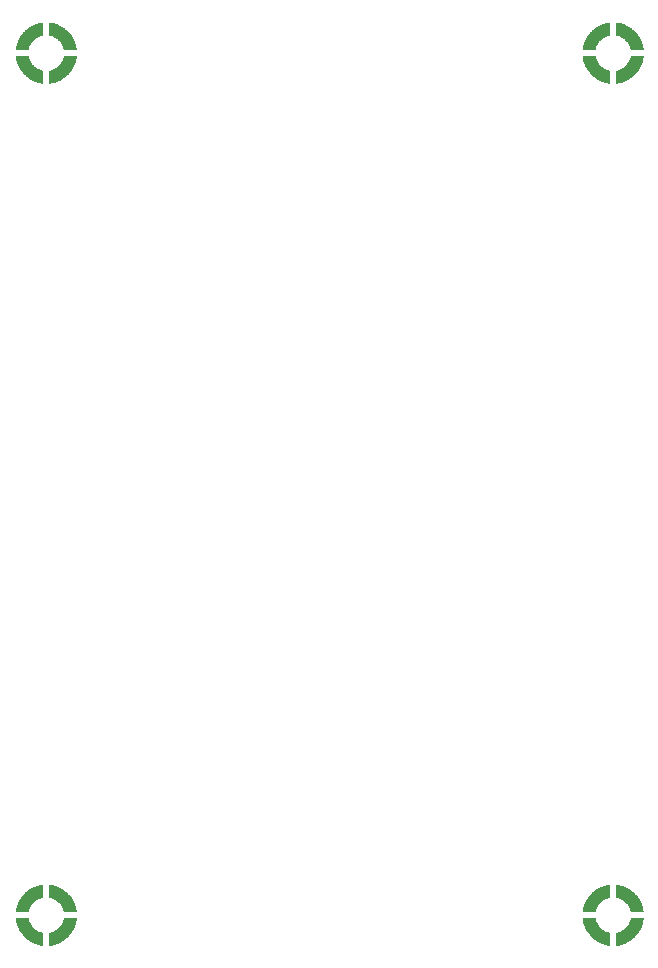
<source format=gbr>
%TF.GenerationSoftware,KiCad,Pcbnew,8.0.5*%
%TF.CreationDate,2025-05-01T20:48:06-04:00*%
%TF.ProjectId,CanSat_Camera_Board,43616e53-6174-45f4-9361-6d6572615f42,rev?*%
%TF.SameCoordinates,Original*%
%TF.FileFunction,Paste,Bot*%
%TF.FilePolarity,Positive*%
%FSLAX46Y46*%
G04 Gerber Fmt 4.6, Leading zero omitted, Abs format (unit mm)*
G04 Created by KiCad (PCBNEW 8.0.5) date 2025-05-01 20:48:06*
%MOMM*%
%LPD*%
G01*
G04 APERTURE LIST*
%ADD10C,0.010000*%
G04 APERTURE END LIST*
D10*
%TO.C,REF\u002A\u002A*%
X125700000Y-61980000D02*
X125645000Y-61990000D01*
X125570000Y-62010000D01*
X125490000Y-62035000D01*
X125425000Y-62060000D01*
X125355000Y-62090000D01*
X125255000Y-62140000D01*
X125185000Y-62180000D01*
X125110000Y-62230000D01*
X125030000Y-62290000D01*
X124975000Y-62335000D01*
X124930000Y-62380000D01*
X124890000Y-62420000D01*
X124855000Y-62455000D01*
X124795000Y-62525000D01*
X124745000Y-62590000D01*
X124690000Y-62670000D01*
X124645000Y-62745000D01*
X124580000Y-62875000D01*
X124540000Y-62975000D01*
X124510000Y-63070000D01*
X124490000Y-63145000D01*
X124480000Y-63200000D01*
X123460000Y-63200000D01*
X123465000Y-63140000D01*
X123475000Y-63075000D01*
X123485000Y-63015000D01*
X123500000Y-62940000D01*
X123525000Y-62840000D01*
X123555000Y-62740000D01*
X123585000Y-62645000D01*
X123610000Y-62580000D01*
X123640000Y-62505000D01*
X123675000Y-62425000D01*
X123715000Y-62345000D01*
X123755000Y-62270000D01*
X123800000Y-62190000D01*
X123840000Y-62125000D01*
X123890000Y-62050000D01*
X123940000Y-61980000D01*
X123990000Y-61915000D01*
X124045000Y-61845000D01*
X124095000Y-61790000D01*
X124155000Y-61725000D01*
X124215000Y-61665000D01*
X124285000Y-61600000D01*
X124345000Y-61545000D01*
X124440000Y-61470000D01*
X124535000Y-61400000D01*
X124610000Y-61350000D01*
X124680000Y-61305000D01*
X124750000Y-61265000D01*
X124835000Y-61220000D01*
X124885000Y-61195000D01*
X124960000Y-61160000D01*
X125030000Y-61130000D01*
X125105000Y-61100000D01*
X125175000Y-61075000D01*
X125250000Y-61050000D01*
X125325000Y-61030000D01*
X125400000Y-61010000D01*
X125490000Y-60990000D01*
X125575000Y-60975000D01*
X125640000Y-60965000D01*
X125700000Y-60960000D01*
X125700000Y-61980000D01*
G36*
X125700000Y-61980000D02*
G01*
X125645000Y-61990000D01*
X125570000Y-62010000D01*
X125490000Y-62035000D01*
X125425000Y-62060000D01*
X125355000Y-62090000D01*
X125255000Y-62140000D01*
X125185000Y-62180000D01*
X125110000Y-62230000D01*
X125030000Y-62290000D01*
X124975000Y-62335000D01*
X124930000Y-62380000D01*
X124890000Y-62420000D01*
X124855000Y-62455000D01*
X124795000Y-62525000D01*
X124745000Y-62590000D01*
X124690000Y-62670000D01*
X124645000Y-62745000D01*
X124580000Y-62875000D01*
X124540000Y-62975000D01*
X124510000Y-63070000D01*
X124490000Y-63145000D01*
X124480000Y-63200000D01*
X123460000Y-63200000D01*
X123465000Y-63140000D01*
X123475000Y-63075000D01*
X123485000Y-63015000D01*
X123500000Y-62940000D01*
X123525000Y-62840000D01*
X123555000Y-62740000D01*
X123585000Y-62645000D01*
X123610000Y-62580000D01*
X123640000Y-62505000D01*
X123675000Y-62425000D01*
X123715000Y-62345000D01*
X123755000Y-62270000D01*
X123800000Y-62190000D01*
X123840000Y-62125000D01*
X123890000Y-62050000D01*
X123940000Y-61980000D01*
X123990000Y-61915000D01*
X124045000Y-61845000D01*
X124095000Y-61790000D01*
X124155000Y-61725000D01*
X124215000Y-61665000D01*
X124285000Y-61600000D01*
X124345000Y-61545000D01*
X124440000Y-61470000D01*
X124535000Y-61400000D01*
X124610000Y-61350000D01*
X124680000Y-61305000D01*
X124750000Y-61265000D01*
X124835000Y-61220000D01*
X124885000Y-61195000D01*
X124960000Y-61160000D01*
X125030000Y-61130000D01*
X125105000Y-61100000D01*
X125175000Y-61075000D01*
X125250000Y-61050000D01*
X125325000Y-61030000D01*
X125400000Y-61010000D01*
X125490000Y-60990000D01*
X125575000Y-60975000D01*
X125640000Y-60965000D01*
X125700000Y-60960000D01*
X125700000Y-61980000D01*
G37*
X124490000Y-63855000D02*
X124510000Y-63930000D01*
X124535000Y-64010000D01*
X124560000Y-64075000D01*
X124590000Y-64145000D01*
X124640000Y-64245000D01*
X124680000Y-64315000D01*
X124730000Y-64390000D01*
X124790000Y-64470000D01*
X124835000Y-64525000D01*
X124880000Y-64570000D01*
X124920000Y-64610000D01*
X124955000Y-64645000D01*
X125025000Y-64705000D01*
X125090000Y-64755000D01*
X125170000Y-64810000D01*
X125245000Y-64855000D01*
X125375000Y-64920000D01*
X125475000Y-64960000D01*
X125570000Y-64990000D01*
X125645000Y-65010000D01*
X125700000Y-65020000D01*
X125700000Y-66040000D01*
X125640000Y-66035000D01*
X125575000Y-66025000D01*
X125515000Y-66015000D01*
X125440000Y-66000000D01*
X125340000Y-65975000D01*
X125240000Y-65945000D01*
X125145000Y-65915000D01*
X125080000Y-65890000D01*
X125005000Y-65860000D01*
X124925000Y-65825000D01*
X124845000Y-65785000D01*
X124770000Y-65745000D01*
X124690000Y-65700000D01*
X124625000Y-65660000D01*
X124550000Y-65610000D01*
X124480000Y-65560000D01*
X124415000Y-65510000D01*
X124345000Y-65455000D01*
X124290000Y-65405000D01*
X124225000Y-65345000D01*
X124165000Y-65285000D01*
X124100000Y-65215000D01*
X124045000Y-65155000D01*
X123970000Y-65060000D01*
X123900000Y-64965000D01*
X123850000Y-64890000D01*
X123805000Y-64820000D01*
X123765000Y-64750000D01*
X123720000Y-64665000D01*
X123695000Y-64615000D01*
X123660000Y-64540000D01*
X123630000Y-64470000D01*
X123600000Y-64395000D01*
X123575000Y-64325000D01*
X123550000Y-64250000D01*
X123530000Y-64175000D01*
X123510000Y-64100000D01*
X123490000Y-64010000D01*
X123475000Y-63925000D01*
X123465000Y-63860000D01*
X123460000Y-63800000D01*
X124480000Y-63800000D01*
X124490000Y-63855000D01*
G36*
X124490000Y-63855000D02*
G01*
X124510000Y-63930000D01*
X124535000Y-64010000D01*
X124560000Y-64075000D01*
X124590000Y-64145000D01*
X124640000Y-64245000D01*
X124680000Y-64315000D01*
X124730000Y-64390000D01*
X124790000Y-64470000D01*
X124835000Y-64525000D01*
X124880000Y-64570000D01*
X124920000Y-64610000D01*
X124955000Y-64645000D01*
X125025000Y-64705000D01*
X125090000Y-64755000D01*
X125170000Y-64810000D01*
X125245000Y-64855000D01*
X125375000Y-64920000D01*
X125475000Y-64960000D01*
X125570000Y-64990000D01*
X125645000Y-65010000D01*
X125700000Y-65020000D01*
X125700000Y-66040000D01*
X125640000Y-66035000D01*
X125575000Y-66025000D01*
X125515000Y-66015000D01*
X125440000Y-66000000D01*
X125340000Y-65975000D01*
X125240000Y-65945000D01*
X125145000Y-65915000D01*
X125080000Y-65890000D01*
X125005000Y-65860000D01*
X124925000Y-65825000D01*
X124845000Y-65785000D01*
X124770000Y-65745000D01*
X124690000Y-65700000D01*
X124625000Y-65660000D01*
X124550000Y-65610000D01*
X124480000Y-65560000D01*
X124415000Y-65510000D01*
X124345000Y-65455000D01*
X124290000Y-65405000D01*
X124225000Y-65345000D01*
X124165000Y-65285000D01*
X124100000Y-65215000D01*
X124045000Y-65155000D01*
X123970000Y-65060000D01*
X123900000Y-64965000D01*
X123850000Y-64890000D01*
X123805000Y-64820000D01*
X123765000Y-64750000D01*
X123720000Y-64665000D01*
X123695000Y-64615000D01*
X123660000Y-64540000D01*
X123630000Y-64470000D01*
X123600000Y-64395000D01*
X123575000Y-64325000D01*
X123550000Y-64250000D01*
X123530000Y-64175000D01*
X123510000Y-64100000D01*
X123490000Y-64010000D01*
X123475000Y-63925000D01*
X123465000Y-63860000D01*
X123460000Y-63800000D01*
X124480000Y-63800000D01*
X124490000Y-63855000D01*
G37*
X126360000Y-60965000D02*
X126425000Y-60975000D01*
X126485000Y-60985000D01*
X126560000Y-61000000D01*
X126660000Y-61025000D01*
X126760000Y-61055000D01*
X126855000Y-61085000D01*
X126920000Y-61110000D01*
X126995000Y-61140000D01*
X127075000Y-61175000D01*
X127155000Y-61215000D01*
X127230000Y-61255000D01*
X127310000Y-61300000D01*
X127375000Y-61340000D01*
X127450000Y-61390000D01*
X127520000Y-61440000D01*
X127585000Y-61490000D01*
X127655000Y-61545000D01*
X127710000Y-61595000D01*
X127775000Y-61655000D01*
X127835000Y-61715000D01*
X127900000Y-61785000D01*
X127955000Y-61845000D01*
X128030000Y-61940000D01*
X128100000Y-62035000D01*
X128150000Y-62110000D01*
X128195000Y-62180000D01*
X128235000Y-62250000D01*
X128280000Y-62335000D01*
X128305000Y-62385000D01*
X128340000Y-62460000D01*
X128370000Y-62530000D01*
X128400000Y-62605000D01*
X128425000Y-62675000D01*
X128450000Y-62750000D01*
X128470000Y-62825000D01*
X128490000Y-62900000D01*
X128510000Y-62990000D01*
X128525000Y-63075000D01*
X128535000Y-63140000D01*
X128540000Y-63200000D01*
X127520000Y-63200000D01*
X127510000Y-63145000D01*
X127490000Y-63070000D01*
X127465000Y-62990000D01*
X127440000Y-62925000D01*
X127410000Y-62855000D01*
X127360000Y-62755000D01*
X127320000Y-62685000D01*
X127270000Y-62610000D01*
X127210000Y-62530000D01*
X127165000Y-62475000D01*
X127120000Y-62430000D01*
X127080000Y-62390000D01*
X127045000Y-62355000D01*
X126975000Y-62295000D01*
X126910000Y-62245000D01*
X126830000Y-62190000D01*
X126755000Y-62145000D01*
X126625000Y-62080000D01*
X126525000Y-62040000D01*
X126430000Y-62010000D01*
X126355000Y-61990000D01*
X126300000Y-61980000D01*
X126300000Y-60960000D01*
X126360000Y-60965000D01*
G36*
X126360000Y-60965000D02*
G01*
X126425000Y-60975000D01*
X126485000Y-60985000D01*
X126560000Y-61000000D01*
X126660000Y-61025000D01*
X126760000Y-61055000D01*
X126855000Y-61085000D01*
X126920000Y-61110000D01*
X126995000Y-61140000D01*
X127075000Y-61175000D01*
X127155000Y-61215000D01*
X127230000Y-61255000D01*
X127310000Y-61300000D01*
X127375000Y-61340000D01*
X127450000Y-61390000D01*
X127520000Y-61440000D01*
X127585000Y-61490000D01*
X127655000Y-61545000D01*
X127710000Y-61595000D01*
X127775000Y-61655000D01*
X127835000Y-61715000D01*
X127900000Y-61785000D01*
X127955000Y-61845000D01*
X128030000Y-61940000D01*
X128100000Y-62035000D01*
X128150000Y-62110000D01*
X128195000Y-62180000D01*
X128235000Y-62250000D01*
X128280000Y-62335000D01*
X128305000Y-62385000D01*
X128340000Y-62460000D01*
X128370000Y-62530000D01*
X128400000Y-62605000D01*
X128425000Y-62675000D01*
X128450000Y-62750000D01*
X128470000Y-62825000D01*
X128490000Y-62900000D01*
X128510000Y-62990000D01*
X128525000Y-63075000D01*
X128535000Y-63140000D01*
X128540000Y-63200000D01*
X127520000Y-63200000D01*
X127510000Y-63145000D01*
X127490000Y-63070000D01*
X127465000Y-62990000D01*
X127440000Y-62925000D01*
X127410000Y-62855000D01*
X127360000Y-62755000D01*
X127320000Y-62685000D01*
X127270000Y-62610000D01*
X127210000Y-62530000D01*
X127165000Y-62475000D01*
X127120000Y-62430000D01*
X127080000Y-62390000D01*
X127045000Y-62355000D01*
X126975000Y-62295000D01*
X126910000Y-62245000D01*
X126830000Y-62190000D01*
X126755000Y-62145000D01*
X126625000Y-62080000D01*
X126525000Y-62040000D01*
X126430000Y-62010000D01*
X126355000Y-61990000D01*
X126300000Y-61980000D01*
X126300000Y-60960000D01*
X126360000Y-60965000D01*
G37*
X128535000Y-63860000D02*
X128525000Y-63925000D01*
X128515000Y-63985000D01*
X128500000Y-64060000D01*
X128475000Y-64160000D01*
X128445000Y-64260000D01*
X128415000Y-64355000D01*
X128390000Y-64420000D01*
X128360000Y-64495000D01*
X128325000Y-64575000D01*
X128285000Y-64655000D01*
X128245000Y-64730000D01*
X128200000Y-64810000D01*
X128160000Y-64875000D01*
X128110000Y-64950000D01*
X128060000Y-65020000D01*
X128010000Y-65085000D01*
X127955000Y-65155000D01*
X127905000Y-65210000D01*
X127845000Y-65275000D01*
X127785000Y-65335000D01*
X127715000Y-65400000D01*
X127655000Y-65455000D01*
X127560000Y-65530000D01*
X127465000Y-65600000D01*
X127390000Y-65650000D01*
X127320000Y-65695000D01*
X127250000Y-65735000D01*
X127165000Y-65780000D01*
X127115000Y-65805000D01*
X127040000Y-65840000D01*
X126970000Y-65870000D01*
X126895000Y-65900000D01*
X126825000Y-65925000D01*
X126750000Y-65950000D01*
X126675000Y-65970000D01*
X126600000Y-65990000D01*
X126510000Y-66010000D01*
X126425000Y-66025000D01*
X126360000Y-66035000D01*
X126300000Y-66040000D01*
X126300000Y-65020000D01*
X126355000Y-65010000D01*
X126430000Y-64990000D01*
X126510000Y-64965000D01*
X126575000Y-64940000D01*
X126645000Y-64910000D01*
X126745000Y-64860000D01*
X126815000Y-64820000D01*
X126890000Y-64770000D01*
X126970000Y-64710000D01*
X127025000Y-64665000D01*
X127070000Y-64620000D01*
X127110000Y-64580000D01*
X127145000Y-64545000D01*
X127205000Y-64475000D01*
X127255000Y-64410000D01*
X127310000Y-64330000D01*
X127355000Y-64255000D01*
X127420000Y-64125000D01*
X127460000Y-64025000D01*
X127490000Y-63930000D01*
X127510000Y-63855000D01*
X127520000Y-63800000D01*
X128540000Y-63800000D01*
X128535000Y-63860000D01*
G36*
X128535000Y-63860000D02*
G01*
X128525000Y-63925000D01*
X128515000Y-63985000D01*
X128500000Y-64060000D01*
X128475000Y-64160000D01*
X128445000Y-64260000D01*
X128415000Y-64355000D01*
X128390000Y-64420000D01*
X128360000Y-64495000D01*
X128325000Y-64575000D01*
X128285000Y-64655000D01*
X128245000Y-64730000D01*
X128200000Y-64810000D01*
X128160000Y-64875000D01*
X128110000Y-64950000D01*
X128060000Y-65020000D01*
X128010000Y-65085000D01*
X127955000Y-65155000D01*
X127905000Y-65210000D01*
X127845000Y-65275000D01*
X127785000Y-65335000D01*
X127715000Y-65400000D01*
X127655000Y-65455000D01*
X127560000Y-65530000D01*
X127465000Y-65600000D01*
X127390000Y-65650000D01*
X127320000Y-65695000D01*
X127250000Y-65735000D01*
X127165000Y-65780000D01*
X127115000Y-65805000D01*
X127040000Y-65840000D01*
X126970000Y-65870000D01*
X126895000Y-65900000D01*
X126825000Y-65925000D01*
X126750000Y-65950000D01*
X126675000Y-65970000D01*
X126600000Y-65990000D01*
X126510000Y-66010000D01*
X126425000Y-66025000D01*
X126360000Y-66035000D01*
X126300000Y-66040000D01*
X126300000Y-65020000D01*
X126355000Y-65010000D01*
X126430000Y-64990000D01*
X126510000Y-64965000D01*
X126575000Y-64940000D01*
X126645000Y-64910000D01*
X126745000Y-64860000D01*
X126815000Y-64820000D01*
X126890000Y-64770000D01*
X126970000Y-64710000D01*
X127025000Y-64665000D01*
X127070000Y-64620000D01*
X127110000Y-64580000D01*
X127145000Y-64545000D01*
X127205000Y-64475000D01*
X127255000Y-64410000D01*
X127310000Y-64330000D01*
X127355000Y-64255000D01*
X127420000Y-64125000D01*
X127460000Y-64025000D01*
X127490000Y-63930000D01*
X127510000Y-63855000D01*
X127520000Y-63800000D01*
X128540000Y-63800000D01*
X128535000Y-63860000D01*
G37*
X125700000Y-134980000D02*
X125645000Y-134990000D01*
X125570000Y-135010000D01*
X125490000Y-135035000D01*
X125425000Y-135060000D01*
X125355000Y-135090000D01*
X125255000Y-135140000D01*
X125185000Y-135180000D01*
X125110000Y-135230000D01*
X125030000Y-135290000D01*
X124975000Y-135335000D01*
X124930000Y-135380000D01*
X124890000Y-135420000D01*
X124855000Y-135455000D01*
X124795000Y-135525000D01*
X124745000Y-135590000D01*
X124690000Y-135670000D01*
X124645000Y-135745000D01*
X124580000Y-135875000D01*
X124540000Y-135975000D01*
X124510000Y-136070000D01*
X124490000Y-136145000D01*
X124480000Y-136200000D01*
X123460000Y-136200000D01*
X123465000Y-136140000D01*
X123475000Y-136075000D01*
X123485000Y-136015000D01*
X123500000Y-135940000D01*
X123525000Y-135840000D01*
X123555000Y-135740000D01*
X123585000Y-135645000D01*
X123610000Y-135580000D01*
X123640000Y-135505000D01*
X123675000Y-135425000D01*
X123715000Y-135345000D01*
X123755000Y-135270000D01*
X123800000Y-135190000D01*
X123840000Y-135125000D01*
X123890000Y-135050000D01*
X123940000Y-134980000D01*
X123990000Y-134915000D01*
X124045000Y-134845000D01*
X124095000Y-134790000D01*
X124155000Y-134725000D01*
X124215000Y-134665000D01*
X124285000Y-134600000D01*
X124345000Y-134545000D01*
X124440000Y-134470000D01*
X124535000Y-134400000D01*
X124610000Y-134350000D01*
X124680000Y-134305000D01*
X124750000Y-134265000D01*
X124835000Y-134220000D01*
X124885000Y-134195000D01*
X124960000Y-134160000D01*
X125030000Y-134130000D01*
X125105000Y-134100000D01*
X125175000Y-134075000D01*
X125250000Y-134050000D01*
X125325000Y-134030000D01*
X125400000Y-134010000D01*
X125490000Y-133990000D01*
X125575000Y-133975000D01*
X125640000Y-133965000D01*
X125700000Y-133960000D01*
X125700000Y-134980000D01*
G36*
X125700000Y-134980000D02*
G01*
X125645000Y-134990000D01*
X125570000Y-135010000D01*
X125490000Y-135035000D01*
X125425000Y-135060000D01*
X125355000Y-135090000D01*
X125255000Y-135140000D01*
X125185000Y-135180000D01*
X125110000Y-135230000D01*
X125030000Y-135290000D01*
X124975000Y-135335000D01*
X124930000Y-135380000D01*
X124890000Y-135420000D01*
X124855000Y-135455000D01*
X124795000Y-135525000D01*
X124745000Y-135590000D01*
X124690000Y-135670000D01*
X124645000Y-135745000D01*
X124580000Y-135875000D01*
X124540000Y-135975000D01*
X124510000Y-136070000D01*
X124490000Y-136145000D01*
X124480000Y-136200000D01*
X123460000Y-136200000D01*
X123465000Y-136140000D01*
X123475000Y-136075000D01*
X123485000Y-136015000D01*
X123500000Y-135940000D01*
X123525000Y-135840000D01*
X123555000Y-135740000D01*
X123585000Y-135645000D01*
X123610000Y-135580000D01*
X123640000Y-135505000D01*
X123675000Y-135425000D01*
X123715000Y-135345000D01*
X123755000Y-135270000D01*
X123800000Y-135190000D01*
X123840000Y-135125000D01*
X123890000Y-135050000D01*
X123940000Y-134980000D01*
X123990000Y-134915000D01*
X124045000Y-134845000D01*
X124095000Y-134790000D01*
X124155000Y-134725000D01*
X124215000Y-134665000D01*
X124285000Y-134600000D01*
X124345000Y-134545000D01*
X124440000Y-134470000D01*
X124535000Y-134400000D01*
X124610000Y-134350000D01*
X124680000Y-134305000D01*
X124750000Y-134265000D01*
X124835000Y-134220000D01*
X124885000Y-134195000D01*
X124960000Y-134160000D01*
X125030000Y-134130000D01*
X125105000Y-134100000D01*
X125175000Y-134075000D01*
X125250000Y-134050000D01*
X125325000Y-134030000D01*
X125400000Y-134010000D01*
X125490000Y-133990000D01*
X125575000Y-133975000D01*
X125640000Y-133965000D01*
X125700000Y-133960000D01*
X125700000Y-134980000D01*
G37*
X124490000Y-136855000D02*
X124510000Y-136930000D01*
X124535000Y-137010000D01*
X124560000Y-137075000D01*
X124590000Y-137145000D01*
X124640000Y-137245000D01*
X124680000Y-137315000D01*
X124730000Y-137390000D01*
X124790000Y-137470000D01*
X124835000Y-137525000D01*
X124880000Y-137570000D01*
X124920000Y-137610000D01*
X124955000Y-137645000D01*
X125025000Y-137705000D01*
X125090000Y-137755000D01*
X125170000Y-137810000D01*
X125245000Y-137855000D01*
X125375000Y-137920000D01*
X125475000Y-137960000D01*
X125570000Y-137990000D01*
X125645000Y-138010000D01*
X125700000Y-138020000D01*
X125700000Y-139040000D01*
X125640000Y-139035000D01*
X125575000Y-139025000D01*
X125515000Y-139015000D01*
X125440000Y-139000000D01*
X125340000Y-138975000D01*
X125240000Y-138945000D01*
X125145000Y-138915000D01*
X125080000Y-138890000D01*
X125005000Y-138860000D01*
X124925000Y-138825000D01*
X124845000Y-138785000D01*
X124770000Y-138745000D01*
X124690000Y-138700000D01*
X124625000Y-138660000D01*
X124550000Y-138610000D01*
X124480000Y-138560000D01*
X124415000Y-138510000D01*
X124345000Y-138455000D01*
X124290000Y-138405000D01*
X124225000Y-138345000D01*
X124165000Y-138285000D01*
X124100000Y-138215000D01*
X124045000Y-138155000D01*
X123970000Y-138060000D01*
X123900000Y-137965000D01*
X123850000Y-137890000D01*
X123805000Y-137820000D01*
X123765000Y-137750000D01*
X123720000Y-137665000D01*
X123695000Y-137615000D01*
X123660000Y-137540000D01*
X123630000Y-137470000D01*
X123600000Y-137395000D01*
X123575000Y-137325000D01*
X123550000Y-137250000D01*
X123530000Y-137175000D01*
X123510000Y-137100000D01*
X123490000Y-137010000D01*
X123475000Y-136925000D01*
X123465000Y-136860000D01*
X123460000Y-136800000D01*
X124480000Y-136800000D01*
X124490000Y-136855000D01*
G36*
X124490000Y-136855000D02*
G01*
X124510000Y-136930000D01*
X124535000Y-137010000D01*
X124560000Y-137075000D01*
X124590000Y-137145000D01*
X124640000Y-137245000D01*
X124680000Y-137315000D01*
X124730000Y-137390000D01*
X124790000Y-137470000D01*
X124835000Y-137525000D01*
X124880000Y-137570000D01*
X124920000Y-137610000D01*
X124955000Y-137645000D01*
X125025000Y-137705000D01*
X125090000Y-137755000D01*
X125170000Y-137810000D01*
X125245000Y-137855000D01*
X125375000Y-137920000D01*
X125475000Y-137960000D01*
X125570000Y-137990000D01*
X125645000Y-138010000D01*
X125700000Y-138020000D01*
X125700000Y-139040000D01*
X125640000Y-139035000D01*
X125575000Y-139025000D01*
X125515000Y-139015000D01*
X125440000Y-139000000D01*
X125340000Y-138975000D01*
X125240000Y-138945000D01*
X125145000Y-138915000D01*
X125080000Y-138890000D01*
X125005000Y-138860000D01*
X124925000Y-138825000D01*
X124845000Y-138785000D01*
X124770000Y-138745000D01*
X124690000Y-138700000D01*
X124625000Y-138660000D01*
X124550000Y-138610000D01*
X124480000Y-138560000D01*
X124415000Y-138510000D01*
X124345000Y-138455000D01*
X124290000Y-138405000D01*
X124225000Y-138345000D01*
X124165000Y-138285000D01*
X124100000Y-138215000D01*
X124045000Y-138155000D01*
X123970000Y-138060000D01*
X123900000Y-137965000D01*
X123850000Y-137890000D01*
X123805000Y-137820000D01*
X123765000Y-137750000D01*
X123720000Y-137665000D01*
X123695000Y-137615000D01*
X123660000Y-137540000D01*
X123630000Y-137470000D01*
X123600000Y-137395000D01*
X123575000Y-137325000D01*
X123550000Y-137250000D01*
X123530000Y-137175000D01*
X123510000Y-137100000D01*
X123490000Y-137010000D01*
X123475000Y-136925000D01*
X123465000Y-136860000D01*
X123460000Y-136800000D01*
X124480000Y-136800000D01*
X124490000Y-136855000D01*
G37*
X126360000Y-133965000D02*
X126425000Y-133975000D01*
X126485000Y-133985000D01*
X126560000Y-134000000D01*
X126660000Y-134025000D01*
X126760000Y-134055000D01*
X126855000Y-134085000D01*
X126920000Y-134110000D01*
X126995000Y-134140000D01*
X127075000Y-134175000D01*
X127155000Y-134215000D01*
X127230000Y-134255000D01*
X127310000Y-134300000D01*
X127375000Y-134340000D01*
X127450000Y-134390000D01*
X127520000Y-134440000D01*
X127585000Y-134490000D01*
X127655000Y-134545000D01*
X127710000Y-134595000D01*
X127775000Y-134655000D01*
X127835000Y-134715000D01*
X127900000Y-134785000D01*
X127955000Y-134845000D01*
X128030000Y-134940000D01*
X128100000Y-135035000D01*
X128150000Y-135110000D01*
X128195000Y-135180000D01*
X128235000Y-135250000D01*
X128280000Y-135335000D01*
X128305000Y-135385000D01*
X128340000Y-135460000D01*
X128370000Y-135530000D01*
X128400000Y-135605000D01*
X128425000Y-135675000D01*
X128450000Y-135750000D01*
X128470000Y-135825000D01*
X128490000Y-135900000D01*
X128510000Y-135990000D01*
X128525000Y-136075000D01*
X128535000Y-136140000D01*
X128540000Y-136200000D01*
X127520000Y-136200000D01*
X127510000Y-136145000D01*
X127490000Y-136070000D01*
X127465000Y-135990000D01*
X127440000Y-135925000D01*
X127410000Y-135855000D01*
X127360000Y-135755000D01*
X127320000Y-135685000D01*
X127270000Y-135610000D01*
X127210000Y-135530000D01*
X127165000Y-135475000D01*
X127120000Y-135430000D01*
X127080000Y-135390000D01*
X127045000Y-135355000D01*
X126975000Y-135295000D01*
X126910000Y-135245000D01*
X126830000Y-135190000D01*
X126755000Y-135145000D01*
X126625000Y-135080000D01*
X126525000Y-135040000D01*
X126430000Y-135010000D01*
X126355000Y-134990000D01*
X126300000Y-134980000D01*
X126300000Y-133960000D01*
X126360000Y-133965000D01*
G36*
X126360000Y-133965000D02*
G01*
X126425000Y-133975000D01*
X126485000Y-133985000D01*
X126560000Y-134000000D01*
X126660000Y-134025000D01*
X126760000Y-134055000D01*
X126855000Y-134085000D01*
X126920000Y-134110000D01*
X126995000Y-134140000D01*
X127075000Y-134175000D01*
X127155000Y-134215000D01*
X127230000Y-134255000D01*
X127310000Y-134300000D01*
X127375000Y-134340000D01*
X127450000Y-134390000D01*
X127520000Y-134440000D01*
X127585000Y-134490000D01*
X127655000Y-134545000D01*
X127710000Y-134595000D01*
X127775000Y-134655000D01*
X127835000Y-134715000D01*
X127900000Y-134785000D01*
X127955000Y-134845000D01*
X128030000Y-134940000D01*
X128100000Y-135035000D01*
X128150000Y-135110000D01*
X128195000Y-135180000D01*
X128235000Y-135250000D01*
X128280000Y-135335000D01*
X128305000Y-135385000D01*
X128340000Y-135460000D01*
X128370000Y-135530000D01*
X128400000Y-135605000D01*
X128425000Y-135675000D01*
X128450000Y-135750000D01*
X128470000Y-135825000D01*
X128490000Y-135900000D01*
X128510000Y-135990000D01*
X128525000Y-136075000D01*
X128535000Y-136140000D01*
X128540000Y-136200000D01*
X127520000Y-136200000D01*
X127510000Y-136145000D01*
X127490000Y-136070000D01*
X127465000Y-135990000D01*
X127440000Y-135925000D01*
X127410000Y-135855000D01*
X127360000Y-135755000D01*
X127320000Y-135685000D01*
X127270000Y-135610000D01*
X127210000Y-135530000D01*
X127165000Y-135475000D01*
X127120000Y-135430000D01*
X127080000Y-135390000D01*
X127045000Y-135355000D01*
X126975000Y-135295000D01*
X126910000Y-135245000D01*
X126830000Y-135190000D01*
X126755000Y-135145000D01*
X126625000Y-135080000D01*
X126525000Y-135040000D01*
X126430000Y-135010000D01*
X126355000Y-134990000D01*
X126300000Y-134980000D01*
X126300000Y-133960000D01*
X126360000Y-133965000D01*
G37*
X128535000Y-136860000D02*
X128525000Y-136925000D01*
X128515000Y-136985000D01*
X128500000Y-137060000D01*
X128475000Y-137160000D01*
X128445000Y-137260000D01*
X128415000Y-137355000D01*
X128390000Y-137420000D01*
X128360000Y-137495000D01*
X128325000Y-137575000D01*
X128285000Y-137655000D01*
X128245000Y-137730000D01*
X128200000Y-137810000D01*
X128160000Y-137875000D01*
X128110000Y-137950000D01*
X128060000Y-138020000D01*
X128010000Y-138085000D01*
X127955000Y-138155000D01*
X127905000Y-138210000D01*
X127845000Y-138275000D01*
X127785000Y-138335000D01*
X127715000Y-138400000D01*
X127655000Y-138455000D01*
X127560000Y-138530000D01*
X127465000Y-138600000D01*
X127390000Y-138650000D01*
X127320000Y-138695000D01*
X127250000Y-138735000D01*
X127165000Y-138780000D01*
X127115000Y-138805000D01*
X127040000Y-138840000D01*
X126970000Y-138870000D01*
X126895000Y-138900000D01*
X126825000Y-138925000D01*
X126750000Y-138950000D01*
X126675000Y-138970000D01*
X126600000Y-138990000D01*
X126510000Y-139010000D01*
X126425000Y-139025000D01*
X126360000Y-139035000D01*
X126300000Y-139040000D01*
X126300000Y-138020000D01*
X126355000Y-138010000D01*
X126430000Y-137990000D01*
X126510000Y-137965000D01*
X126575000Y-137940000D01*
X126645000Y-137910000D01*
X126745000Y-137860000D01*
X126815000Y-137820000D01*
X126890000Y-137770000D01*
X126970000Y-137710000D01*
X127025000Y-137665000D01*
X127070000Y-137620000D01*
X127110000Y-137580000D01*
X127145000Y-137545000D01*
X127205000Y-137475000D01*
X127255000Y-137410000D01*
X127310000Y-137330000D01*
X127355000Y-137255000D01*
X127420000Y-137125000D01*
X127460000Y-137025000D01*
X127490000Y-136930000D01*
X127510000Y-136855000D01*
X127520000Y-136800000D01*
X128540000Y-136800000D01*
X128535000Y-136860000D01*
G36*
X128535000Y-136860000D02*
G01*
X128525000Y-136925000D01*
X128515000Y-136985000D01*
X128500000Y-137060000D01*
X128475000Y-137160000D01*
X128445000Y-137260000D01*
X128415000Y-137355000D01*
X128390000Y-137420000D01*
X128360000Y-137495000D01*
X128325000Y-137575000D01*
X128285000Y-137655000D01*
X128245000Y-137730000D01*
X128200000Y-137810000D01*
X128160000Y-137875000D01*
X128110000Y-137950000D01*
X128060000Y-138020000D01*
X128010000Y-138085000D01*
X127955000Y-138155000D01*
X127905000Y-138210000D01*
X127845000Y-138275000D01*
X127785000Y-138335000D01*
X127715000Y-138400000D01*
X127655000Y-138455000D01*
X127560000Y-138530000D01*
X127465000Y-138600000D01*
X127390000Y-138650000D01*
X127320000Y-138695000D01*
X127250000Y-138735000D01*
X127165000Y-138780000D01*
X127115000Y-138805000D01*
X127040000Y-138840000D01*
X126970000Y-138870000D01*
X126895000Y-138900000D01*
X126825000Y-138925000D01*
X126750000Y-138950000D01*
X126675000Y-138970000D01*
X126600000Y-138990000D01*
X126510000Y-139010000D01*
X126425000Y-139025000D01*
X126360000Y-139035000D01*
X126300000Y-139040000D01*
X126300000Y-138020000D01*
X126355000Y-138010000D01*
X126430000Y-137990000D01*
X126510000Y-137965000D01*
X126575000Y-137940000D01*
X126645000Y-137910000D01*
X126745000Y-137860000D01*
X126815000Y-137820000D01*
X126890000Y-137770000D01*
X126970000Y-137710000D01*
X127025000Y-137665000D01*
X127070000Y-137620000D01*
X127110000Y-137580000D01*
X127145000Y-137545000D01*
X127205000Y-137475000D01*
X127255000Y-137410000D01*
X127310000Y-137330000D01*
X127355000Y-137255000D01*
X127420000Y-137125000D01*
X127460000Y-137025000D01*
X127490000Y-136930000D01*
X127510000Y-136855000D01*
X127520000Y-136800000D01*
X128540000Y-136800000D01*
X128535000Y-136860000D01*
G37*
X173700000Y-61980000D02*
X173645000Y-61990000D01*
X173570000Y-62010000D01*
X173490000Y-62035000D01*
X173425000Y-62060000D01*
X173355000Y-62090000D01*
X173255000Y-62140000D01*
X173185000Y-62180000D01*
X173110000Y-62230000D01*
X173030000Y-62290000D01*
X172975000Y-62335000D01*
X172930000Y-62380000D01*
X172890000Y-62420000D01*
X172855000Y-62455000D01*
X172795000Y-62525000D01*
X172745000Y-62590000D01*
X172690000Y-62670000D01*
X172645000Y-62745000D01*
X172580000Y-62875000D01*
X172540000Y-62975000D01*
X172510000Y-63070000D01*
X172490000Y-63145000D01*
X172480000Y-63200000D01*
X171460000Y-63200000D01*
X171465000Y-63140000D01*
X171475000Y-63075000D01*
X171485000Y-63015000D01*
X171500000Y-62940000D01*
X171525000Y-62840000D01*
X171555000Y-62740000D01*
X171585000Y-62645000D01*
X171610000Y-62580000D01*
X171640000Y-62505000D01*
X171675000Y-62425000D01*
X171715000Y-62345000D01*
X171755000Y-62270000D01*
X171800000Y-62190000D01*
X171840000Y-62125000D01*
X171890000Y-62050000D01*
X171940000Y-61980000D01*
X171990000Y-61915000D01*
X172045000Y-61845000D01*
X172095000Y-61790000D01*
X172155000Y-61725000D01*
X172215000Y-61665000D01*
X172285000Y-61600000D01*
X172345000Y-61545000D01*
X172440000Y-61470000D01*
X172535000Y-61400000D01*
X172610000Y-61350000D01*
X172680000Y-61305000D01*
X172750000Y-61265000D01*
X172835000Y-61220000D01*
X172885000Y-61195000D01*
X172960000Y-61160000D01*
X173030000Y-61130000D01*
X173105000Y-61100000D01*
X173175000Y-61075000D01*
X173250000Y-61050000D01*
X173325000Y-61030000D01*
X173400000Y-61010000D01*
X173490000Y-60990000D01*
X173575000Y-60975000D01*
X173640000Y-60965000D01*
X173700000Y-60960000D01*
X173700000Y-61980000D01*
G36*
X173700000Y-61980000D02*
G01*
X173645000Y-61990000D01*
X173570000Y-62010000D01*
X173490000Y-62035000D01*
X173425000Y-62060000D01*
X173355000Y-62090000D01*
X173255000Y-62140000D01*
X173185000Y-62180000D01*
X173110000Y-62230000D01*
X173030000Y-62290000D01*
X172975000Y-62335000D01*
X172930000Y-62380000D01*
X172890000Y-62420000D01*
X172855000Y-62455000D01*
X172795000Y-62525000D01*
X172745000Y-62590000D01*
X172690000Y-62670000D01*
X172645000Y-62745000D01*
X172580000Y-62875000D01*
X172540000Y-62975000D01*
X172510000Y-63070000D01*
X172490000Y-63145000D01*
X172480000Y-63200000D01*
X171460000Y-63200000D01*
X171465000Y-63140000D01*
X171475000Y-63075000D01*
X171485000Y-63015000D01*
X171500000Y-62940000D01*
X171525000Y-62840000D01*
X171555000Y-62740000D01*
X171585000Y-62645000D01*
X171610000Y-62580000D01*
X171640000Y-62505000D01*
X171675000Y-62425000D01*
X171715000Y-62345000D01*
X171755000Y-62270000D01*
X171800000Y-62190000D01*
X171840000Y-62125000D01*
X171890000Y-62050000D01*
X171940000Y-61980000D01*
X171990000Y-61915000D01*
X172045000Y-61845000D01*
X172095000Y-61790000D01*
X172155000Y-61725000D01*
X172215000Y-61665000D01*
X172285000Y-61600000D01*
X172345000Y-61545000D01*
X172440000Y-61470000D01*
X172535000Y-61400000D01*
X172610000Y-61350000D01*
X172680000Y-61305000D01*
X172750000Y-61265000D01*
X172835000Y-61220000D01*
X172885000Y-61195000D01*
X172960000Y-61160000D01*
X173030000Y-61130000D01*
X173105000Y-61100000D01*
X173175000Y-61075000D01*
X173250000Y-61050000D01*
X173325000Y-61030000D01*
X173400000Y-61010000D01*
X173490000Y-60990000D01*
X173575000Y-60975000D01*
X173640000Y-60965000D01*
X173700000Y-60960000D01*
X173700000Y-61980000D01*
G37*
X172490000Y-63855000D02*
X172510000Y-63930000D01*
X172535000Y-64010000D01*
X172560000Y-64075000D01*
X172590000Y-64145000D01*
X172640000Y-64245000D01*
X172680000Y-64315000D01*
X172730000Y-64390000D01*
X172790000Y-64470000D01*
X172835000Y-64525000D01*
X172880000Y-64570000D01*
X172920000Y-64610000D01*
X172955000Y-64645000D01*
X173025000Y-64705000D01*
X173090000Y-64755000D01*
X173170000Y-64810000D01*
X173245000Y-64855000D01*
X173375000Y-64920000D01*
X173475000Y-64960000D01*
X173570000Y-64990000D01*
X173645000Y-65010000D01*
X173700000Y-65020000D01*
X173700000Y-66040000D01*
X173640000Y-66035000D01*
X173575000Y-66025000D01*
X173515000Y-66015000D01*
X173440000Y-66000000D01*
X173340000Y-65975000D01*
X173240000Y-65945000D01*
X173145000Y-65915000D01*
X173080000Y-65890000D01*
X173005000Y-65860000D01*
X172925000Y-65825000D01*
X172845000Y-65785000D01*
X172770000Y-65745000D01*
X172690000Y-65700000D01*
X172625000Y-65660000D01*
X172550000Y-65610000D01*
X172480000Y-65560000D01*
X172415000Y-65510000D01*
X172345000Y-65455000D01*
X172290000Y-65405000D01*
X172225000Y-65345000D01*
X172165000Y-65285000D01*
X172100000Y-65215000D01*
X172045000Y-65155000D01*
X171970000Y-65060000D01*
X171900000Y-64965000D01*
X171850000Y-64890000D01*
X171805000Y-64820000D01*
X171765000Y-64750000D01*
X171720000Y-64665000D01*
X171695000Y-64615000D01*
X171660000Y-64540000D01*
X171630000Y-64470000D01*
X171600000Y-64395000D01*
X171575000Y-64325000D01*
X171550000Y-64250000D01*
X171530000Y-64175000D01*
X171510000Y-64100000D01*
X171490000Y-64010000D01*
X171475000Y-63925000D01*
X171465000Y-63860000D01*
X171460000Y-63800000D01*
X172480000Y-63800000D01*
X172490000Y-63855000D01*
G36*
X172490000Y-63855000D02*
G01*
X172510000Y-63930000D01*
X172535000Y-64010000D01*
X172560000Y-64075000D01*
X172590000Y-64145000D01*
X172640000Y-64245000D01*
X172680000Y-64315000D01*
X172730000Y-64390000D01*
X172790000Y-64470000D01*
X172835000Y-64525000D01*
X172880000Y-64570000D01*
X172920000Y-64610000D01*
X172955000Y-64645000D01*
X173025000Y-64705000D01*
X173090000Y-64755000D01*
X173170000Y-64810000D01*
X173245000Y-64855000D01*
X173375000Y-64920000D01*
X173475000Y-64960000D01*
X173570000Y-64990000D01*
X173645000Y-65010000D01*
X173700000Y-65020000D01*
X173700000Y-66040000D01*
X173640000Y-66035000D01*
X173575000Y-66025000D01*
X173515000Y-66015000D01*
X173440000Y-66000000D01*
X173340000Y-65975000D01*
X173240000Y-65945000D01*
X173145000Y-65915000D01*
X173080000Y-65890000D01*
X173005000Y-65860000D01*
X172925000Y-65825000D01*
X172845000Y-65785000D01*
X172770000Y-65745000D01*
X172690000Y-65700000D01*
X172625000Y-65660000D01*
X172550000Y-65610000D01*
X172480000Y-65560000D01*
X172415000Y-65510000D01*
X172345000Y-65455000D01*
X172290000Y-65405000D01*
X172225000Y-65345000D01*
X172165000Y-65285000D01*
X172100000Y-65215000D01*
X172045000Y-65155000D01*
X171970000Y-65060000D01*
X171900000Y-64965000D01*
X171850000Y-64890000D01*
X171805000Y-64820000D01*
X171765000Y-64750000D01*
X171720000Y-64665000D01*
X171695000Y-64615000D01*
X171660000Y-64540000D01*
X171630000Y-64470000D01*
X171600000Y-64395000D01*
X171575000Y-64325000D01*
X171550000Y-64250000D01*
X171530000Y-64175000D01*
X171510000Y-64100000D01*
X171490000Y-64010000D01*
X171475000Y-63925000D01*
X171465000Y-63860000D01*
X171460000Y-63800000D01*
X172480000Y-63800000D01*
X172490000Y-63855000D01*
G37*
X174360000Y-60965000D02*
X174425000Y-60975000D01*
X174485000Y-60985000D01*
X174560000Y-61000000D01*
X174660000Y-61025000D01*
X174760000Y-61055000D01*
X174855000Y-61085000D01*
X174920000Y-61110000D01*
X174995000Y-61140000D01*
X175075000Y-61175000D01*
X175155000Y-61215000D01*
X175230000Y-61255000D01*
X175310000Y-61300000D01*
X175375000Y-61340000D01*
X175450000Y-61390000D01*
X175520000Y-61440000D01*
X175585000Y-61490000D01*
X175655000Y-61545000D01*
X175710000Y-61595000D01*
X175775000Y-61655000D01*
X175835000Y-61715000D01*
X175900000Y-61785000D01*
X175955000Y-61845000D01*
X176030000Y-61940000D01*
X176100000Y-62035000D01*
X176150000Y-62110000D01*
X176195000Y-62180000D01*
X176235000Y-62250000D01*
X176280000Y-62335000D01*
X176305000Y-62385000D01*
X176340000Y-62460000D01*
X176370000Y-62530000D01*
X176400000Y-62605000D01*
X176425000Y-62675000D01*
X176450000Y-62750000D01*
X176470000Y-62825000D01*
X176490000Y-62900000D01*
X176510000Y-62990000D01*
X176525000Y-63075000D01*
X176535000Y-63140000D01*
X176540000Y-63200000D01*
X175520000Y-63200000D01*
X175510000Y-63145000D01*
X175490000Y-63070000D01*
X175465000Y-62990000D01*
X175440000Y-62925000D01*
X175410000Y-62855000D01*
X175360000Y-62755000D01*
X175320000Y-62685000D01*
X175270000Y-62610000D01*
X175210000Y-62530000D01*
X175165000Y-62475000D01*
X175120000Y-62430000D01*
X175080000Y-62390000D01*
X175045000Y-62355000D01*
X174975000Y-62295000D01*
X174910000Y-62245000D01*
X174830000Y-62190000D01*
X174755000Y-62145000D01*
X174625000Y-62080000D01*
X174525000Y-62040000D01*
X174430000Y-62010000D01*
X174355000Y-61990000D01*
X174300000Y-61980000D01*
X174300000Y-60960000D01*
X174360000Y-60965000D01*
G36*
X174360000Y-60965000D02*
G01*
X174425000Y-60975000D01*
X174485000Y-60985000D01*
X174560000Y-61000000D01*
X174660000Y-61025000D01*
X174760000Y-61055000D01*
X174855000Y-61085000D01*
X174920000Y-61110000D01*
X174995000Y-61140000D01*
X175075000Y-61175000D01*
X175155000Y-61215000D01*
X175230000Y-61255000D01*
X175310000Y-61300000D01*
X175375000Y-61340000D01*
X175450000Y-61390000D01*
X175520000Y-61440000D01*
X175585000Y-61490000D01*
X175655000Y-61545000D01*
X175710000Y-61595000D01*
X175775000Y-61655000D01*
X175835000Y-61715000D01*
X175900000Y-61785000D01*
X175955000Y-61845000D01*
X176030000Y-61940000D01*
X176100000Y-62035000D01*
X176150000Y-62110000D01*
X176195000Y-62180000D01*
X176235000Y-62250000D01*
X176280000Y-62335000D01*
X176305000Y-62385000D01*
X176340000Y-62460000D01*
X176370000Y-62530000D01*
X176400000Y-62605000D01*
X176425000Y-62675000D01*
X176450000Y-62750000D01*
X176470000Y-62825000D01*
X176490000Y-62900000D01*
X176510000Y-62990000D01*
X176525000Y-63075000D01*
X176535000Y-63140000D01*
X176540000Y-63200000D01*
X175520000Y-63200000D01*
X175510000Y-63145000D01*
X175490000Y-63070000D01*
X175465000Y-62990000D01*
X175440000Y-62925000D01*
X175410000Y-62855000D01*
X175360000Y-62755000D01*
X175320000Y-62685000D01*
X175270000Y-62610000D01*
X175210000Y-62530000D01*
X175165000Y-62475000D01*
X175120000Y-62430000D01*
X175080000Y-62390000D01*
X175045000Y-62355000D01*
X174975000Y-62295000D01*
X174910000Y-62245000D01*
X174830000Y-62190000D01*
X174755000Y-62145000D01*
X174625000Y-62080000D01*
X174525000Y-62040000D01*
X174430000Y-62010000D01*
X174355000Y-61990000D01*
X174300000Y-61980000D01*
X174300000Y-60960000D01*
X174360000Y-60965000D01*
G37*
X176535000Y-63860000D02*
X176525000Y-63925000D01*
X176515000Y-63985000D01*
X176500000Y-64060000D01*
X176475000Y-64160000D01*
X176445000Y-64260000D01*
X176415000Y-64355000D01*
X176390000Y-64420000D01*
X176360000Y-64495000D01*
X176325000Y-64575000D01*
X176285000Y-64655000D01*
X176245000Y-64730000D01*
X176200000Y-64810000D01*
X176160000Y-64875000D01*
X176110000Y-64950000D01*
X176060000Y-65020000D01*
X176010000Y-65085000D01*
X175955000Y-65155000D01*
X175905000Y-65210000D01*
X175845000Y-65275000D01*
X175785000Y-65335000D01*
X175715000Y-65400000D01*
X175655000Y-65455000D01*
X175560000Y-65530000D01*
X175465000Y-65600000D01*
X175390000Y-65650000D01*
X175320000Y-65695000D01*
X175250000Y-65735000D01*
X175165000Y-65780000D01*
X175115000Y-65805000D01*
X175040000Y-65840000D01*
X174970000Y-65870000D01*
X174895000Y-65900000D01*
X174825000Y-65925000D01*
X174750000Y-65950000D01*
X174675000Y-65970000D01*
X174600000Y-65990000D01*
X174510000Y-66010000D01*
X174425000Y-66025000D01*
X174360000Y-66035000D01*
X174300000Y-66040000D01*
X174300000Y-65020000D01*
X174355000Y-65010000D01*
X174430000Y-64990000D01*
X174510000Y-64965000D01*
X174575000Y-64940000D01*
X174645000Y-64910000D01*
X174745000Y-64860000D01*
X174815000Y-64820000D01*
X174890000Y-64770000D01*
X174970000Y-64710000D01*
X175025000Y-64665000D01*
X175070000Y-64620000D01*
X175110000Y-64580000D01*
X175145000Y-64545000D01*
X175205000Y-64475000D01*
X175255000Y-64410000D01*
X175310000Y-64330000D01*
X175355000Y-64255000D01*
X175420000Y-64125000D01*
X175460000Y-64025000D01*
X175490000Y-63930000D01*
X175510000Y-63855000D01*
X175520000Y-63800000D01*
X176540000Y-63800000D01*
X176535000Y-63860000D01*
G36*
X176535000Y-63860000D02*
G01*
X176525000Y-63925000D01*
X176515000Y-63985000D01*
X176500000Y-64060000D01*
X176475000Y-64160000D01*
X176445000Y-64260000D01*
X176415000Y-64355000D01*
X176390000Y-64420000D01*
X176360000Y-64495000D01*
X176325000Y-64575000D01*
X176285000Y-64655000D01*
X176245000Y-64730000D01*
X176200000Y-64810000D01*
X176160000Y-64875000D01*
X176110000Y-64950000D01*
X176060000Y-65020000D01*
X176010000Y-65085000D01*
X175955000Y-65155000D01*
X175905000Y-65210000D01*
X175845000Y-65275000D01*
X175785000Y-65335000D01*
X175715000Y-65400000D01*
X175655000Y-65455000D01*
X175560000Y-65530000D01*
X175465000Y-65600000D01*
X175390000Y-65650000D01*
X175320000Y-65695000D01*
X175250000Y-65735000D01*
X175165000Y-65780000D01*
X175115000Y-65805000D01*
X175040000Y-65840000D01*
X174970000Y-65870000D01*
X174895000Y-65900000D01*
X174825000Y-65925000D01*
X174750000Y-65950000D01*
X174675000Y-65970000D01*
X174600000Y-65990000D01*
X174510000Y-66010000D01*
X174425000Y-66025000D01*
X174360000Y-66035000D01*
X174300000Y-66040000D01*
X174300000Y-65020000D01*
X174355000Y-65010000D01*
X174430000Y-64990000D01*
X174510000Y-64965000D01*
X174575000Y-64940000D01*
X174645000Y-64910000D01*
X174745000Y-64860000D01*
X174815000Y-64820000D01*
X174890000Y-64770000D01*
X174970000Y-64710000D01*
X175025000Y-64665000D01*
X175070000Y-64620000D01*
X175110000Y-64580000D01*
X175145000Y-64545000D01*
X175205000Y-64475000D01*
X175255000Y-64410000D01*
X175310000Y-64330000D01*
X175355000Y-64255000D01*
X175420000Y-64125000D01*
X175460000Y-64025000D01*
X175490000Y-63930000D01*
X175510000Y-63855000D01*
X175520000Y-63800000D01*
X176540000Y-63800000D01*
X176535000Y-63860000D01*
G37*
X173700000Y-134980000D02*
X173645000Y-134990000D01*
X173570000Y-135010000D01*
X173490000Y-135035000D01*
X173425000Y-135060000D01*
X173355000Y-135090000D01*
X173255000Y-135140000D01*
X173185000Y-135180000D01*
X173110000Y-135230000D01*
X173030000Y-135290000D01*
X172975000Y-135335000D01*
X172930000Y-135380000D01*
X172890000Y-135420000D01*
X172855000Y-135455000D01*
X172795000Y-135525000D01*
X172745000Y-135590000D01*
X172690000Y-135670000D01*
X172645000Y-135745000D01*
X172580000Y-135875000D01*
X172540000Y-135975000D01*
X172510000Y-136070000D01*
X172490000Y-136145000D01*
X172480000Y-136200000D01*
X171460000Y-136200000D01*
X171465000Y-136140000D01*
X171475000Y-136075000D01*
X171485000Y-136015000D01*
X171500000Y-135940000D01*
X171525000Y-135840000D01*
X171555000Y-135740000D01*
X171585000Y-135645000D01*
X171610000Y-135580000D01*
X171640000Y-135505000D01*
X171675000Y-135425000D01*
X171715000Y-135345000D01*
X171755000Y-135270000D01*
X171800000Y-135190000D01*
X171840000Y-135125000D01*
X171890000Y-135050000D01*
X171940000Y-134980000D01*
X171990000Y-134915000D01*
X172045000Y-134845000D01*
X172095000Y-134790000D01*
X172155000Y-134725000D01*
X172215000Y-134665000D01*
X172285000Y-134600000D01*
X172345000Y-134545000D01*
X172440000Y-134470000D01*
X172535000Y-134400000D01*
X172610000Y-134350000D01*
X172680000Y-134305000D01*
X172750000Y-134265000D01*
X172835000Y-134220000D01*
X172885000Y-134195000D01*
X172960000Y-134160000D01*
X173030000Y-134130000D01*
X173105000Y-134100000D01*
X173175000Y-134075000D01*
X173250000Y-134050000D01*
X173325000Y-134030000D01*
X173400000Y-134010000D01*
X173490000Y-133990000D01*
X173575000Y-133975000D01*
X173640000Y-133965000D01*
X173700000Y-133960000D01*
X173700000Y-134980000D01*
G36*
X173700000Y-134980000D02*
G01*
X173645000Y-134990000D01*
X173570000Y-135010000D01*
X173490000Y-135035000D01*
X173425000Y-135060000D01*
X173355000Y-135090000D01*
X173255000Y-135140000D01*
X173185000Y-135180000D01*
X173110000Y-135230000D01*
X173030000Y-135290000D01*
X172975000Y-135335000D01*
X172930000Y-135380000D01*
X172890000Y-135420000D01*
X172855000Y-135455000D01*
X172795000Y-135525000D01*
X172745000Y-135590000D01*
X172690000Y-135670000D01*
X172645000Y-135745000D01*
X172580000Y-135875000D01*
X172540000Y-135975000D01*
X172510000Y-136070000D01*
X172490000Y-136145000D01*
X172480000Y-136200000D01*
X171460000Y-136200000D01*
X171465000Y-136140000D01*
X171475000Y-136075000D01*
X171485000Y-136015000D01*
X171500000Y-135940000D01*
X171525000Y-135840000D01*
X171555000Y-135740000D01*
X171585000Y-135645000D01*
X171610000Y-135580000D01*
X171640000Y-135505000D01*
X171675000Y-135425000D01*
X171715000Y-135345000D01*
X171755000Y-135270000D01*
X171800000Y-135190000D01*
X171840000Y-135125000D01*
X171890000Y-135050000D01*
X171940000Y-134980000D01*
X171990000Y-134915000D01*
X172045000Y-134845000D01*
X172095000Y-134790000D01*
X172155000Y-134725000D01*
X172215000Y-134665000D01*
X172285000Y-134600000D01*
X172345000Y-134545000D01*
X172440000Y-134470000D01*
X172535000Y-134400000D01*
X172610000Y-134350000D01*
X172680000Y-134305000D01*
X172750000Y-134265000D01*
X172835000Y-134220000D01*
X172885000Y-134195000D01*
X172960000Y-134160000D01*
X173030000Y-134130000D01*
X173105000Y-134100000D01*
X173175000Y-134075000D01*
X173250000Y-134050000D01*
X173325000Y-134030000D01*
X173400000Y-134010000D01*
X173490000Y-133990000D01*
X173575000Y-133975000D01*
X173640000Y-133965000D01*
X173700000Y-133960000D01*
X173700000Y-134980000D01*
G37*
X172490000Y-136855000D02*
X172510000Y-136930000D01*
X172535000Y-137010000D01*
X172560000Y-137075000D01*
X172590000Y-137145000D01*
X172640000Y-137245000D01*
X172680000Y-137315000D01*
X172730000Y-137390000D01*
X172790000Y-137470000D01*
X172835000Y-137525000D01*
X172880000Y-137570000D01*
X172920000Y-137610000D01*
X172955000Y-137645000D01*
X173025000Y-137705000D01*
X173090000Y-137755000D01*
X173170000Y-137810000D01*
X173245000Y-137855000D01*
X173375000Y-137920000D01*
X173475000Y-137960000D01*
X173570000Y-137990000D01*
X173645000Y-138010000D01*
X173700000Y-138020000D01*
X173700000Y-139040000D01*
X173640000Y-139035000D01*
X173575000Y-139025000D01*
X173515000Y-139015000D01*
X173440000Y-139000000D01*
X173340000Y-138975000D01*
X173240000Y-138945000D01*
X173145000Y-138915000D01*
X173080000Y-138890000D01*
X173005000Y-138860000D01*
X172925000Y-138825000D01*
X172845000Y-138785000D01*
X172770000Y-138745000D01*
X172690000Y-138700000D01*
X172625000Y-138660000D01*
X172550000Y-138610000D01*
X172480000Y-138560000D01*
X172415000Y-138510000D01*
X172345000Y-138455000D01*
X172290000Y-138405000D01*
X172225000Y-138345000D01*
X172165000Y-138285000D01*
X172100000Y-138215000D01*
X172045000Y-138155000D01*
X171970000Y-138060000D01*
X171900000Y-137965000D01*
X171850000Y-137890000D01*
X171805000Y-137820000D01*
X171765000Y-137750000D01*
X171720000Y-137665000D01*
X171695000Y-137615000D01*
X171660000Y-137540000D01*
X171630000Y-137470000D01*
X171600000Y-137395000D01*
X171575000Y-137325000D01*
X171550000Y-137250000D01*
X171530000Y-137175000D01*
X171510000Y-137100000D01*
X171490000Y-137010000D01*
X171475000Y-136925000D01*
X171465000Y-136860000D01*
X171460000Y-136800000D01*
X172480000Y-136800000D01*
X172490000Y-136855000D01*
G36*
X172490000Y-136855000D02*
G01*
X172510000Y-136930000D01*
X172535000Y-137010000D01*
X172560000Y-137075000D01*
X172590000Y-137145000D01*
X172640000Y-137245000D01*
X172680000Y-137315000D01*
X172730000Y-137390000D01*
X172790000Y-137470000D01*
X172835000Y-137525000D01*
X172880000Y-137570000D01*
X172920000Y-137610000D01*
X172955000Y-137645000D01*
X173025000Y-137705000D01*
X173090000Y-137755000D01*
X173170000Y-137810000D01*
X173245000Y-137855000D01*
X173375000Y-137920000D01*
X173475000Y-137960000D01*
X173570000Y-137990000D01*
X173645000Y-138010000D01*
X173700000Y-138020000D01*
X173700000Y-139040000D01*
X173640000Y-139035000D01*
X173575000Y-139025000D01*
X173515000Y-139015000D01*
X173440000Y-139000000D01*
X173340000Y-138975000D01*
X173240000Y-138945000D01*
X173145000Y-138915000D01*
X173080000Y-138890000D01*
X173005000Y-138860000D01*
X172925000Y-138825000D01*
X172845000Y-138785000D01*
X172770000Y-138745000D01*
X172690000Y-138700000D01*
X172625000Y-138660000D01*
X172550000Y-138610000D01*
X172480000Y-138560000D01*
X172415000Y-138510000D01*
X172345000Y-138455000D01*
X172290000Y-138405000D01*
X172225000Y-138345000D01*
X172165000Y-138285000D01*
X172100000Y-138215000D01*
X172045000Y-138155000D01*
X171970000Y-138060000D01*
X171900000Y-137965000D01*
X171850000Y-137890000D01*
X171805000Y-137820000D01*
X171765000Y-137750000D01*
X171720000Y-137665000D01*
X171695000Y-137615000D01*
X171660000Y-137540000D01*
X171630000Y-137470000D01*
X171600000Y-137395000D01*
X171575000Y-137325000D01*
X171550000Y-137250000D01*
X171530000Y-137175000D01*
X171510000Y-137100000D01*
X171490000Y-137010000D01*
X171475000Y-136925000D01*
X171465000Y-136860000D01*
X171460000Y-136800000D01*
X172480000Y-136800000D01*
X172490000Y-136855000D01*
G37*
X174360000Y-133965000D02*
X174425000Y-133975000D01*
X174485000Y-133985000D01*
X174560000Y-134000000D01*
X174660000Y-134025000D01*
X174760000Y-134055000D01*
X174855000Y-134085000D01*
X174920000Y-134110000D01*
X174995000Y-134140000D01*
X175075000Y-134175000D01*
X175155000Y-134215000D01*
X175230000Y-134255000D01*
X175310000Y-134300000D01*
X175375000Y-134340000D01*
X175450000Y-134390000D01*
X175520000Y-134440000D01*
X175585000Y-134490000D01*
X175655000Y-134545000D01*
X175710000Y-134595000D01*
X175775000Y-134655000D01*
X175835000Y-134715000D01*
X175900000Y-134785000D01*
X175955000Y-134845000D01*
X176030000Y-134940000D01*
X176100000Y-135035000D01*
X176150000Y-135110000D01*
X176195000Y-135180000D01*
X176235000Y-135250000D01*
X176280000Y-135335000D01*
X176305000Y-135385000D01*
X176340000Y-135460000D01*
X176370000Y-135530000D01*
X176400000Y-135605000D01*
X176425000Y-135675000D01*
X176450000Y-135750000D01*
X176470000Y-135825000D01*
X176490000Y-135900000D01*
X176510000Y-135990000D01*
X176525000Y-136075000D01*
X176535000Y-136140000D01*
X176540000Y-136200000D01*
X175520000Y-136200000D01*
X175510000Y-136145000D01*
X175490000Y-136070000D01*
X175465000Y-135990000D01*
X175440000Y-135925000D01*
X175410000Y-135855000D01*
X175360000Y-135755000D01*
X175320000Y-135685000D01*
X175270000Y-135610000D01*
X175210000Y-135530000D01*
X175165000Y-135475000D01*
X175120000Y-135430000D01*
X175080000Y-135390000D01*
X175045000Y-135355000D01*
X174975000Y-135295000D01*
X174910000Y-135245000D01*
X174830000Y-135190000D01*
X174755000Y-135145000D01*
X174625000Y-135080000D01*
X174525000Y-135040000D01*
X174430000Y-135010000D01*
X174355000Y-134990000D01*
X174300000Y-134980000D01*
X174300000Y-133960000D01*
X174360000Y-133965000D01*
G36*
X174360000Y-133965000D02*
G01*
X174425000Y-133975000D01*
X174485000Y-133985000D01*
X174560000Y-134000000D01*
X174660000Y-134025000D01*
X174760000Y-134055000D01*
X174855000Y-134085000D01*
X174920000Y-134110000D01*
X174995000Y-134140000D01*
X175075000Y-134175000D01*
X175155000Y-134215000D01*
X175230000Y-134255000D01*
X175310000Y-134300000D01*
X175375000Y-134340000D01*
X175450000Y-134390000D01*
X175520000Y-134440000D01*
X175585000Y-134490000D01*
X175655000Y-134545000D01*
X175710000Y-134595000D01*
X175775000Y-134655000D01*
X175835000Y-134715000D01*
X175900000Y-134785000D01*
X175955000Y-134845000D01*
X176030000Y-134940000D01*
X176100000Y-135035000D01*
X176150000Y-135110000D01*
X176195000Y-135180000D01*
X176235000Y-135250000D01*
X176280000Y-135335000D01*
X176305000Y-135385000D01*
X176340000Y-135460000D01*
X176370000Y-135530000D01*
X176400000Y-135605000D01*
X176425000Y-135675000D01*
X176450000Y-135750000D01*
X176470000Y-135825000D01*
X176490000Y-135900000D01*
X176510000Y-135990000D01*
X176525000Y-136075000D01*
X176535000Y-136140000D01*
X176540000Y-136200000D01*
X175520000Y-136200000D01*
X175510000Y-136145000D01*
X175490000Y-136070000D01*
X175465000Y-135990000D01*
X175440000Y-135925000D01*
X175410000Y-135855000D01*
X175360000Y-135755000D01*
X175320000Y-135685000D01*
X175270000Y-135610000D01*
X175210000Y-135530000D01*
X175165000Y-135475000D01*
X175120000Y-135430000D01*
X175080000Y-135390000D01*
X175045000Y-135355000D01*
X174975000Y-135295000D01*
X174910000Y-135245000D01*
X174830000Y-135190000D01*
X174755000Y-135145000D01*
X174625000Y-135080000D01*
X174525000Y-135040000D01*
X174430000Y-135010000D01*
X174355000Y-134990000D01*
X174300000Y-134980000D01*
X174300000Y-133960000D01*
X174360000Y-133965000D01*
G37*
X176535000Y-136860000D02*
X176525000Y-136925000D01*
X176515000Y-136985000D01*
X176500000Y-137060000D01*
X176475000Y-137160000D01*
X176445000Y-137260000D01*
X176415000Y-137355000D01*
X176390000Y-137420000D01*
X176360000Y-137495000D01*
X176325000Y-137575000D01*
X176285000Y-137655000D01*
X176245000Y-137730000D01*
X176200000Y-137810000D01*
X176160000Y-137875000D01*
X176110000Y-137950000D01*
X176060000Y-138020000D01*
X176010000Y-138085000D01*
X175955000Y-138155000D01*
X175905000Y-138210000D01*
X175845000Y-138275000D01*
X175785000Y-138335000D01*
X175715000Y-138400000D01*
X175655000Y-138455000D01*
X175560000Y-138530000D01*
X175465000Y-138600000D01*
X175390000Y-138650000D01*
X175320000Y-138695000D01*
X175250000Y-138735000D01*
X175165000Y-138780000D01*
X175115000Y-138805000D01*
X175040000Y-138840000D01*
X174970000Y-138870000D01*
X174895000Y-138900000D01*
X174825000Y-138925000D01*
X174750000Y-138950000D01*
X174675000Y-138970000D01*
X174600000Y-138990000D01*
X174510000Y-139010000D01*
X174425000Y-139025000D01*
X174360000Y-139035000D01*
X174300000Y-139040000D01*
X174300000Y-138020000D01*
X174355000Y-138010000D01*
X174430000Y-137990000D01*
X174510000Y-137965000D01*
X174575000Y-137940000D01*
X174645000Y-137910000D01*
X174745000Y-137860000D01*
X174815000Y-137820000D01*
X174890000Y-137770000D01*
X174970000Y-137710000D01*
X175025000Y-137665000D01*
X175070000Y-137620000D01*
X175110000Y-137580000D01*
X175145000Y-137545000D01*
X175205000Y-137475000D01*
X175255000Y-137410000D01*
X175310000Y-137330000D01*
X175355000Y-137255000D01*
X175420000Y-137125000D01*
X175460000Y-137025000D01*
X175490000Y-136930000D01*
X175510000Y-136855000D01*
X175520000Y-136800000D01*
X176540000Y-136800000D01*
X176535000Y-136860000D01*
G36*
X176535000Y-136860000D02*
G01*
X176525000Y-136925000D01*
X176515000Y-136985000D01*
X176500000Y-137060000D01*
X176475000Y-137160000D01*
X176445000Y-137260000D01*
X176415000Y-137355000D01*
X176390000Y-137420000D01*
X176360000Y-137495000D01*
X176325000Y-137575000D01*
X176285000Y-137655000D01*
X176245000Y-137730000D01*
X176200000Y-137810000D01*
X176160000Y-137875000D01*
X176110000Y-137950000D01*
X176060000Y-138020000D01*
X176010000Y-138085000D01*
X175955000Y-138155000D01*
X175905000Y-138210000D01*
X175845000Y-138275000D01*
X175785000Y-138335000D01*
X175715000Y-138400000D01*
X175655000Y-138455000D01*
X175560000Y-138530000D01*
X175465000Y-138600000D01*
X175390000Y-138650000D01*
X175320000Y-138695000D01*
X175250000Y-138735000D01*
X175165000Y-138780000D01*
X175115000Y-138805000D01*
X175040000Y-138840000D01*
X174970000Y-138870000D01*
X174895000Y-138900000D01*
X174825000Y-138925000D01*
X174750000Y-138950000D01*
X174675000Y-138970000D01*
X174600000Y-138990000D01*
X174510000Y-139010000D01*
X174425000Y-139025000D01*
X174360000Y-139035000D01*
X174300000Y-139040000D01*
X174300000Y-138020000D01*
X174355000Y-138010000D01*
X174430000Y-137990000D01*
X174510000Y-137965000D01*
X174575000Y-137940000D01*
X174645000Y-137910000D01*
X174745000Y-137860000D01*
X174815000Y-137820000D01*
X174890000Y-137770000D01*
X174970000Y-137710000D01*
X175025000Y-137665000D01*
X175070000Y-137620000D01*
X175110000Y-137580000D01*
X175145000Y-137545000D01*
X175205000Y-137475000D01*
X175255000Y-137410000D01*
X175310000Y-137330000D01*
X175355000Y-137255000D01*
X175420000Y-137125000D01*
X175460000Y-137025000D01*
X175490000Y-136930000D01*
X175510000Y-136855000D01*
X175520000Y-136800000D01*
X176540000Y-136800000D01*
X176535000Y-136860000D01*
G37*
%TD*%
M02*

</source>
